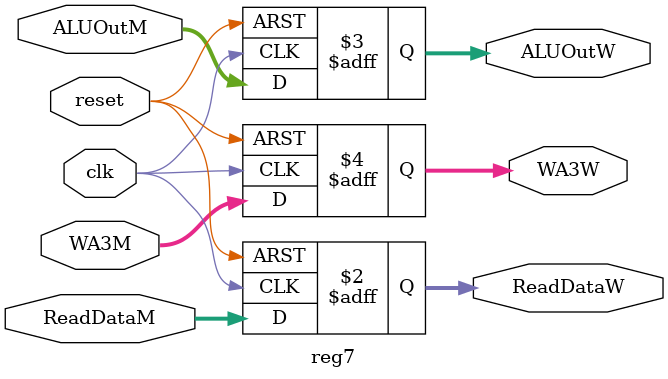
<source format=v>
module reg7(
    input wire clk, reset,
    input wire [31:0] ReadDataM, ALUOutM,
    input wire [3:0] WA3M,
    output reg [31:0] ReadDataW, ALUOutW,
    output reg [3:0] WA3W
);
    always @ (posedge clk, posedge reset) begin
        if (reset) begin
            ReadDataW <= 32'b0;
            ALUOutW <= 32'b0;
            WA3W <= 4'b0;
        end
        else begin
            ReadDataW <= ReadDataM;
            ALUOutW <= ALUOutM;
            WA3W <= WA3M;
        end
    end

endmodule
</source>
